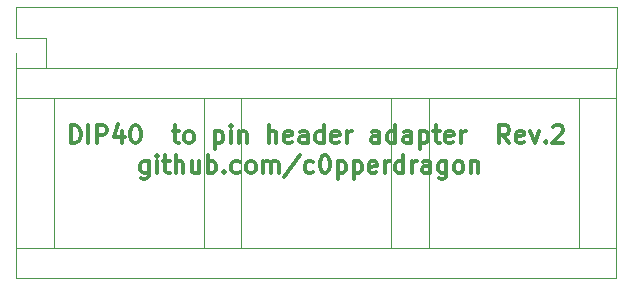
<source format=gbr>
G04 #@! TF.FileFunction,Legend,Top*
%FSLAX46Y46*%
G04 Gerber Fmt 4.6, Leading zero omitted, Abs format (unit mm)*
G04 Created by KiCad (PCBNEW 4.0.4-stable) date 12/12/17 20:44:01*
%MOMM*%
%LPD*%
G01*
G04 APERTURE LIST*
%ADD10C,0.100000*%
%ADD11C,0.300000*%
%ADD12C,0.120000*%
%ADD13C,0.150000*%
G04 APERTURE END LIST*
D10*
D11*
X130308573Y-99098571D02*
X130308573Y-97598571D01*
X130665716Y-97598571D01*
X130880001Y-97670000D01*
X131022859Y-97812857D01*
X131094287Y-97955714D01*
X131165716Y-98241429D01*
X131165716Y-98455714D01*
X131094287Y-98741429D01*
X131022859Y-98884286D01*
X130880001Y-99027143D01*
X130665716Y-99098571D01*
X130308573Y-99098571D01*
X131808573Y-99098571D02*
X131808573Y-97598571D01*
X132522859Y-99098571D02*
X132522859Y-97598571D01*
X133094287Y-97598571D01*
X133237145Y-97670000D01*
X133308573Y-97741429D01*
X133380002Y-97884286D01*
X133380002Y-98098571D01*
X133308573Y-98241429D01*
X133237145Y-98312857D01*
X133094287Y-98384286D01*
X132522859Y-98384286D01*
X134665716Y-98098571D02*
X134665716Y-99098571D01*
X134308573Y-97527143D02*
X133951430Y-98598571D01*
X134880002Y-98598571D01*
X135737144Y-97598571D02*
X135880001Y-97598571D01*
X136022858Y-97670000D01*
X136094287Y-97741429D01*
X136165716Y-97884286D01*
X136237144Y-98170000D01*
X136237144Y-98527143D01*
X136165716Y-98812857D01*
X136094287Y-98955714D01*
X136022858Y-99027143D01*
X135880001Y-99098571D01*
X135737144Y-99098571D01*
X135594287Y-99027143D01*
X135522858Y-98955714D01*
X135451430Y-98812857D01*
X135380001Y-98527143D01*
X135380001Y-98170000D01*
X135451430Y-97884286D01*
X135522858Y-97741429D01*
X135594287Y-97670000D01*
X135737144Y-97598571D01*
X138951429Y-98098571D02*
X139522858Y-98098571D01*
X139165715Y-97598571D02*
X139165715Y-98884286D01*
X139237143Y-99027143D01*
X139380001Y-99098571D01*
X139522858Y-99098571D01*
X140237144Y-99098571D02*
X140094286Y-99027143D01*
X140022858Y-98955714D01*
X139951429Y-98812857D01*
X139951429Y-98384286D01*
X140022858Y-98241429D01*
X140094286Y-98170000D01*
X140237144Y-98098571D01*
X140451429Y-98098571D01*
X140594286Y-98170000D01*
X140665715Y-98241429D01*
X140737144Y-98384286D01*
X140737144Y-98812857D01*
X140665715Y-98955714D01*
X140594286Y-99027143D01*
X140451429Y-99098571D01*
X140237144Y-99098571D01*
X142522858Y-98098571D02*
X142522858Y-99598571D01*
X142522858Y-98170000D02*
X142665715Y-98098571D01*
X142951429Y-98098571D01*
X143094286Y-98170000D01*
X143165715Y-98241429D01*
X143237144Y-98384286D01*
X143237144Y-98812857D01*
X143165715Y-98955714D01*
X143094286Y-99027143D01*
X142951429Y-99098571D01*
X142665715Y-99098571D01*
X142522858Y-99027143D01*
X143880001Y-99098571D02*
X143880001Y-98098571D01*
X143880001Y-97598571D02*
X143808572Y-97670000D01*
X143880001Y-97741429D01*
X143951429Y-97670000D01*
X143880001Y-97598571D01*
X143880001Y-97741429D01*
X144594287Y-98098571D02*
X144594287Y-99098571D01*
X144594287Y-98241429D02*
X144665715Y-98170000D01*
X144808573Y-98098571D01*
X145022858Y-98098571D01*
X145165715Y-98170000D01*
X145237144Y-98312857D01*
X145237144Y-99098571D01*
X147094287Y-99098571D02*
X147094287Y-97598571D01*
X147737144Y-99098571D02*
X147737144Y-98312857D01*
X147665715Y-98170000D01*
X147522858Y-98098571D01*
X147308573Y-98098571D01*
X147165715Y-98170000D01*
X147094287Y-98241429D01*
X149022858Y-99027143D02*
X148880001Y-99098571D01*
X148594287Y-99098571D01*
X148451430Y-99027143D01*
X148380001Y-98884286D01*
X148380001Y-98312857D01*
X148451430Y-98170000D01*
X148594287Y-98098571D01*
X148880001Y-98098571D01*
X149022858Y-98170000D01*
X149094287Y-98312857D01*
X149094287Y-98455714D01*
X148380001Y-98598571D01*
X150380001Y-99098571D02*
X150380001Y-98312857D01*
X150308572Y-98170000D01*
X150165715Y-98098571D01*
X149880001Y-98098571D01*
X149737144Y-98170000D01*
X150380001Y-99027143D02*
X150237144Y-99098571D01*
X149880001Y-99098571D01*
X149737144Y-99027143D01*
X149665715Y-98884286D01*
X149665715Y-98741429D01*
X149737144Y-98598571D01*
X149880001Y-98527143D01*
X150237144Y-98527143D01*
X150380001Y-98455714D01*
X151737144Y-99098571D02*
X151737144Y-97598571D01*
X151737144Y-99027143D02*
X151594287Y-99098571D01*
X151308573Y-99098571D01*
X151165715Y-99027143D01*
X151094287Y-98955714D01*
X151022858Y-98812857D01*
X151022858Y-98384286D01*
X151094287Y-98241429D01*
X151165715Y-98170000D01*
X151308573Y-98098571D01*
X151594287Y-98098571D01*
X151737144Y-98170000D01*
X153022858Y-99027143D02*
X152880001Y-99098571D01*
X152594287Y-99098571D01*
X152451430Y-99027143D01*
X152380001Y-98884286D01*
X152380001Y-98312857D01*
X152451430Y-98170000D01*
X152594287Y-98098571D01*
X152880001Y-98098571D01*
X153022858Y-98170000D01*
X153094287Y-98312857D01*
X153094287Y-98455714D01*
X152380001Y-98598571D01*
X153737144Y-99098571D02*
X153737144Y-98098571D01*
X153737144Y-98384286D02*
X153808572Y-98241429D01*
X153880001Y-98170000D01*
X154022858Y-98098571D01*
X154165715Y-98098571D01*
X156451429Y-99098571D02*
X156451429Y-98312857D01*
X156380000Y-98170000D01*
X156237143Y-98098571D01*
X155951429Y-98098571D01*
X155808572Y-98170000D01*
X156451429Y-99027143D02*
X156308572Y-99098571D01*
X155951429Y-99098571D01*
X155808572Y-99027143D01*
X155737143Y-98884286D01*
X155737143Y-98741429D01*
X155808572Y-98598571D01*
X155951429Y-98527143D01*
X156308572Y-98527143D01*
X156451429Y-98455714D01*
X157808572Y-99098571D02*
X157808572Y-97598571D01*
X157808572Y-99027143D02*
X157665715Y-99098571D01*
X157380001Y-99098571D01*
X157237143Y-99027143D01*
X157165715Y-98955714D01*
X157094286Y-98812857D01*
X157094286Y-98384286D01*
X157165715Y-98241429D01*
X157237143Y-98170000D01*
X157380001Y-98098571D01*
X157665715Y-98098571D01*
X157808572Y-98170000D01*
X159165715Y-99098571D02*
X159165715Y-98312857D01*
X159094286Y-98170000D01*
X158951429Y-98098571D01*
X158665715Y-98098571D01*
X158522858Y-98170000D01*
X159165715Y-99027143D02*
X159022858Y-99098571D01*
X158665715Y-99098571D01*
X158522858Y-99027143D01*
X158451429Y-98884286D01*
X158451429Y-98741429D01*
X158522858Y-98598571D01*
X158665715Y-98527143D01*
X159022858Y-98527143D01*
X159165715Y-98455714D01*
X159880001Y-98098571D02*
X159880001Y-99598571D01*
X159880001Y-98170000D02*
X160022858Y-98098571D01*
X160308572Y-98098571D01*
X160451429Y-98170000D01*
X160522858Y-98241429D01*
X160594287Y-98384286D01*
X160594287Y-98812857D01*
X160522858Y-98955714D01*
X160451429Y-99027143D01*
X160308572Y-99098571D01*
X160022858Y-99098571D01*
X159880001Y-99027143D01*
X161022858Y-98098571D02*
X161594287Y-98098571D01*
X161237144Y-97598571D02*
X161237144Y-98884286D01*
X161308572Y-99027143D01*
X161451430Y-99098571D01*
X161594287Y-99098571D01*
X162665715Y-99027143D02*
X162522858Y-99098571D01*
X162237144Y-99098571D01*
X162094287Y-99027143D01*
X162022858Y-98884286D01*
X162022858Y-98312857D01*
X162094287Y-98170000D01*
X162237144Y-98098571D01*
X162522858Y-98098571D01*
X162665715Y-98170000D01*
X162737144Y-98312857D01*
X162737144Y-98455714D01*
X162022858Y-98598571D01*
X163380001Y-99098571D02*
X163380001Y-98098571D01*
X163380001Y-98384286D02*
X163451429Y-98241429D01*
X163522858Y-98170000D01*
X163665715Y-98098571D01*
X163808572Y-98098571D01*
X167451429Y-99098571D02*
X166951429Y-98384286D01*
X166594286Y-99098571D02*
X166594286Y-97598571D01*
X167165714Y-97598571D01*
X167308572Y-97670000D01*
X167380000Y-97741429D01*
X167451429Y-97884286D01*
X167451429Y-98098571D01*
X167380000Y-98241429D01*
X167308572Y-98312857D01*
X167165714Y-98384286D01*
X166594286Y-98384286D01*
X168665714Y-99027143D02*
X168522857Y-99098571D01*
X168237143Y-99098571D01*
X168094286Y-99027143D01*
X168022857Y-98884286D01*
X168022857Y-98312857D01*
X168094286Y-98170000D01*
X168237143Y-98098571D01*
X168522857Y-98098571D01*
X168665714Y-98170000D01*
X168737143Y-98312857D01*
X168737143Y-98455714D01*
X168022857Y-98598571D01*
X169237143Y-98098571D02*
X169594286Y-99098571D01*
X169951428Y-98098571D01*
X170522857Y-98955714D02*
X170594285Y-99027143D01*
X170522857Y-99098571D01*
X170451428Y-99027143D01*
X170522857Y-98955714D01*
X170522857Y-99098571D01*
X171165714Y-97741429D02*
X171237143Y-97670000D01*
X171380000Y-97598571D01*
X171737143Y-97598571D01*
X171880000Y-97670000D01*
X171951429Y-97741429D01*
X172022857Y-97884286D01*
X172022857Y-98027143D01*
X171951429Y-98241429D01*
X171094286Y-99098571D01*
X172022857Y-99098571D01*
X136915714Y-100648571D02*
X136915714Y-101862857D01*
X136844285Y-102005714D01*
X136772857Y-102077143D01*
X136630000Y-102148571D01*
X136415714Y-102148571D01*
X136272857Y-102077143D01*
X136915714Y-101577143D02*
X136772857Y-101648571D01*
X136487143Y-101648571D01*
X136344285Y-101577143D01*
X136272857Y-101505714D01*
X136201428Y-101362857D01*
X136201428Y-100934286D01*
X136272857Y-100791429D01*
X136344285Y-100720000D01*
X136487143Y-100648571D01*
X136772857Y-100648571D01*
X136915714Y-100720000D01*
X137630000Y-101648571D02*
X137630000Y-100648571D01*
X137630000Y-100148571D02*
X137558571Y-100220000D01*
X137630000Y-100291429D01*
X137701428Y-100220000D01*
X137630000Y-100148571D01*
X137630000Y-100291429D01*
X138130000Y-100648571D02*
X138701429Y-100648571D01*
X138344286Y-100148571D02*
X138344286Y-101434286D01*
X138415714Y-101577143D01*
X138558572Y-101648571D01*
X138701429Y-101648571D01*
X139201429Y-101648571D02*
X139201429Y-100148571D01*
X139844286Y-101648571D02*
X139844286Y-100862857D01*
X139772857Y-100720000D01*
X139630000Y-100648571D01*
X139415715Y-100648571D01*
X139272857Y-100720000D01*
X139201429Y-100791429D01*
X141201429Y-100648571D02*
X141201429Y-101648571D01*
X140558572Y-100648571D02*
X140558572Y-101434286D01*
X140630000Y-101577143D01*
X140772858Y-101648571D01*
X140987143Y-101648571D01*
X141130000Y-101577143D01*
X141201429Y-101505714D01*
X141915715Y-101648571D02*
X141915715Y-100148571D01*
X141915715Y-100720000D02*
X142058572Y-100648571D01*
X142344286Y-100648571D01*
X142487143Y-100720000D01*
X142558572Y-100791429D01*
X142630001Y-100934286D01*
X142630001Y-101362857D01*
X142558572Y-101505714D01*
X142487143Y-101577143D01*
X142344286Y-101648571D01*
X142058572Y-101648571D01*
X141915715Y-101577143D01*
X143272858Y-101505714D02*
X143344286Y-101577143D01*
X143272858Y-101648571D01*
X143201429Y-101577143D01*
X143272858Y-101505714D01*
X143272858Y-101648571D01*
X144630001Y-101577143D02*
X144487144Y-101648571D01*
X144201430Y-101648571D01*
X144058572Y-101577143D01*
X143987144Y-101505714D01*
X143915715Y-101362857D01*
X143915715Y-100934286D01*
X143987144Y-100791429D01*
X144058572Y-100720000D01*
X144201430Y-100648571D01*
X144487144Y-100648571D01*
X144630001Y-100720000D01*
X145487144Y-101648571D02*
X145344286Y-101577143D01*
X145272858Y-101505714D01*
X145201429Y-101362857D01*
X145201429Y-100934286D01*
X145272858Y-100791429D01*
X145344286Y-100720000D01*
X145487144Y-100648571D01*
X145701429Y-100648571D01*
X145844286Y-100720000D01*
X145915715Y-100791429D01*
X145987144Y-100934286D01*
X145987144Y-101362857D01*
X145915715Y-101505714D01*
X145844286Y-101577143D01*
X145701429Y-101648571D01*
X145487144Y-101648571D01*
X146630001Y-101648571D02*
X146630001Y-100648571D01*
X146630001Y-100791429D02*
X146701429Y-100720000D01*
X146844287Y-100648571D01*
X147058572Y-100648571D01*
X147201429Y-100720000D01*
X147272858Y-100862857D01*
X147272858Y-101648571D01*
X147272858Y-100862857D02*
X147344287Y-100720000D01*
X147487144Y-100648571D01*
X147701429Y-100648571D01*
X147844287Y-100720000D01*
X147915715Y-100862857D01*
X147915715Y-101648571D01*
X149701429Y-100077143D02*
X148415715Y-102005714D01*
X150844287Y-101577143D02*
X150701430Y-101648571D01*
X150415716Y-101648571D01*
X150272858Y-101577143D01*
X150201430Y-101505714D01*
X150130001Y-101362857D01*
X150130001Y-100934286D01*
X150201430Y-100791429D01*
X150272858Y-100720000D01*
X150415716Y-100648571D01*
X150701430Y-100648571D01*
X150844287Y-100720000D01*
X151772858Y-100148571D02*
X151915715Y-100148571D01*
X152058572Y-100220000D01*
X152130001Y-100291429D01*
X152201430Y-100434286D01*
X152272858Y-100720000D01*
X152272858Y-101077143D01*
X152201430Y-101362857D01*
X152130001Y-101505714D01*
X152058572Y-101577143D01*
X151915715Y-101648571D01*
X151772858Y-101648571D01*
X151630001Y-101577143D01*
X151558572Y-101505714D01*
X151487144Y-101362857D01*
X151415715Y-101077143D01*
X151415715Y-100720000D01*
X151487144Y-100434286D01*
X151558572Y-100291429D01*
X151630001Y-100220000D01*
X151772858Y-100148571D01*
X152915715Y-100648571D02*
X152915715Y-102148571D01*
X152915715Y-100720000D02*
X153058572Y-100648571D01*
X153344286Y-100648571D01*
X153487143Y-100720000D01*
X153558572Y-100791429D01*
X153630001Y-100934286D01*
X153630001Y-101362857D01*
X153558572Y-101505714D01*
X153487143Y-101577143D01*
X153344286Y-101648571D01*
X153058572Y-101648571D01*
X152915715Y-101577143D01*
X154272858Y-100648571D02*
X154272858Y-102148571D01*
X154272858Y-100720000D02*
X154415715Y-100648571D01*
X154701429Y-100648571D01*
X154844286Y-100720000D01*
X154915715Y-100791429D01*
X154987144Y-100934286D01*
X154987144Y-101362857D01*
X154915715Y-101505714D01*
X154844286Y-101577143D01*
X154701429Y-101648571D01*
X154415715Y-101648571D01*
X154272858Y-101577143D01*
X156201429Y-101577143D02*
X156058572Y-101648571D01*
X155772858Y-101648571D01*
X155630001Y-101577143D01*
X155558572Y-101434286D01*
X155558572Y-100862857D01*
X155630001Y-100720000D01*
X155772858Y-100648571D01*
X156058572Y-100648571D01*
X156201429Y-100720000D01*
X156272858Y-100862857D01*
X156272858Y-101005714D01*
X155558572Y-101148571D01*
X156915715Y-101648571D02*
X156915715Y-100648571D01*
X156915715Y-100934286D02*
X156987143Y-100791429D01*
X157058572Y-100720000D01*
X157201429Y-100648571D01*
X157344286Y-100648571D01*
X158487143Y-101648571D02*
X158487143Y-100148571D01*
X158487143Y-101577143D02*
X158344286Y-101648571D01*
X158058572Y-101648571D01*
X157915714Y-101577143D01*
X157844286Y-101505714D01*
X157772857Y-101362857D01*
X157772857Y-100934286D01*
X157844286Y-100791429D01*
X157915714Y-100720000D01*
X158058572Y-100648571D01*
X158344286Y-100648571D01*
X158487143Y-100720000D01*
X159201429Y-101648571D02*
X159201429Y-100648571D01*
X159201429Y-100934286D02*
X159272857Y-100791429D01*
X159344286Y-100720000D01*
X159487143Y-100648571D01*
X159630000Y-100648571D01*
X160772857Y-101648571D02*
X160772857Y-100862857D01*
X160701428Y-100720000D01*
X160558571Y-100648571D01*
X160272857Y-100648571D01*
X160130000Y-100720000D01*
X160772857Y-101577143D02*
X160630000Y-101648571D01*
X160272857Y-101648571D01*
X160130000Y-101577143D01*
X160058571Y-101434286D01*
X160058571Y-101291429D01*
X160130000Y-101148571D01*
X160272857Y-101077143D01*
X160630000Y-101077143D01*
X160772857Y-101005714D01*
X162130000Y-100648571D02*
X162130000Y-101862857D01*
X162058571Y-102005714D01*
X161987143Y-102077143D01*
X161844286Y-102148571D01*
X161630000Y-102148571D01*
X161487143Y-102077143D01*
X162130000Y-101577143D02*
X161987143Y-101648571D01*
X161701429Y-101648571D01*
X161558571Y-101577143D01*
X161487143Y-101505714D01*
X161415714Y-101362857D01*
X161415714Y-100934286D01*
X161487143Y-100791429D01*
X161558571Y-100720000D01*
X161701429Y-100648571D01*
X161987143Y-100648571D01*
X162130000Y-100720000D01*
X163058572Y-101648571D02*
X162915714Y-101577143D01*
X162844286Y-101505714D01*
X162772857Y-101362857D01*
X162772857Y-100934286D01*
X162844286Y-100791429D01*
X162915714Y-100720000D01*
X163058572Y-100648571D01*
X163272857Y-100648571D01*
X163415714Y-100720000D01*
X163487143Y-100791429D01*
X163558572Y-100934286D01*
X163558572Y-101362857D01*
X163487143Y-101505714D01*
X163415714Y-101577143D01*
X163272857Y-101648571D01*
X163058572Y-101648571D01*
X164201429Y-100648571D02*
X164201429Y-101648571D01*
X164201429Y-100791429D02*
X164272857Y-100720000D01*
X164415715Y-100648571D01*
X164630000Y-100648571D01*
X164772857Y-100720000D01*
X164844286Y-100862857D01*
X164844286Y-101648571D01*
D12*
X176590000Y-92770000D02*
X176590000Y-87570000D01*
X128270000Y-92770000D02*
X176590000Y-92770000D01*
X125670000Y-87570000D02*
X176590000Y-87570000D01*
X128270000Y-92770000D02*
X128270000Y-90170000D01*
X128270000Y-90170000D02*
X125670000Y-90170000D01*
X125670000Y-90170000D02*
X125670000Y-87570000D01*
X127000000Y-92770000D02*
X125670000Y-92770000D01*
X125670000Y-92770000D02*
X125670000Y-91440000D01*
D10*
X157480000Y-95250000D02*
X157480000Y-107950000D01*
X157480000Y-107950000D02*
X160655000Y-107950000D01*
X160655000Y-107950000D02*
X160655000Y-95250000D01*
X160655000Y-95250000D02*
X157480000Y-95250000D01*
X144780000Y-95250000D02*
X144780000Y-107950000D01*
X144780000Y-107950000D02*
X141605000Y-107950000D01*
X141605000Y-107950000D02*
X141605000Y-95250000D01*
X141605000Y-95250000D02*
X144780000Y-95250000D01*
X176530000Y-95250000D02*
X173355000Y-95250000D01*
X173355000Y-95250000D02*
X173355000Y-107950000D01*
X173355000Y-107950000D02*
X176530000Y-107950000D01*
X176530000Y-107950000D02*
X176530000Y-95250000D01*
X125730000Y-95250000D02*
X128905000Y-95250000D01*
X128905000Y-95250000D02*
X128905000Y-107950000D01*
X128905000Y-107950000D02*
X125730000Y-107950000D01*
X125730000Y-107950000D02*
X125730000Y-95250000D01*
X125730000Y-95250000D02*
X128905000Y-95250000D01*
X125730000Y-107950000D02*
X125730000Y-110490000D01*
X125730000Y-110490000D02*
X176530000Y-110490000D01*
X176530000Y-110490000D02*
X176530000Y-107950000D01*
X176530000Y-107950000D02*
X125730000Y-107950000D01*
X125730000Y-92710000D02*
X125730000Y-95250000D01*
X125730000Y-95250000D02*
X176530000Y-95250000D01*
X176530000Y-95250000D02*
X176530000Y-92710000D01*
X176530000Y-92710000D02*
X125730000Y-92710000D01*
D13*
M02*

</source>
